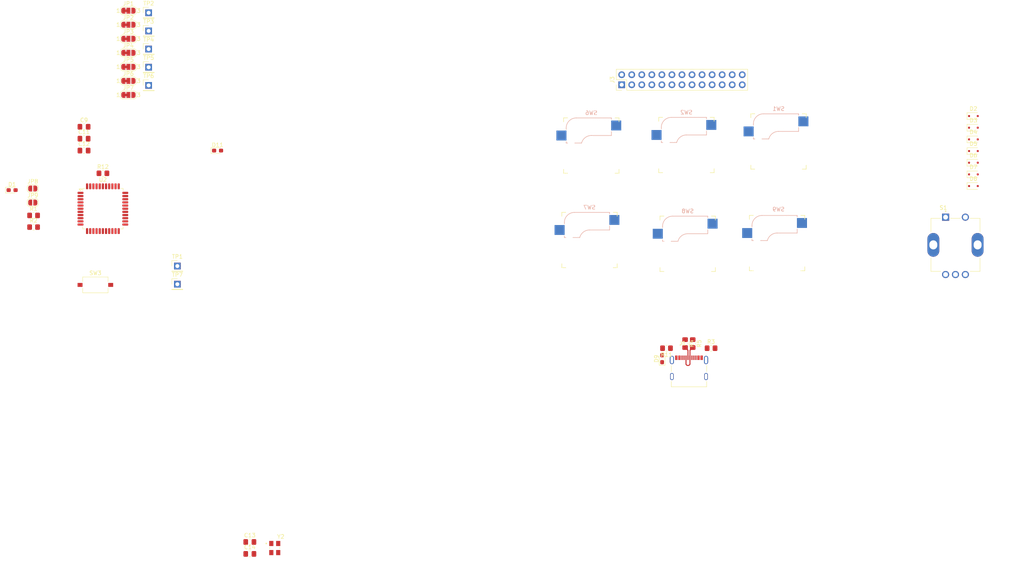
<source format=kicad_pcb>
(kicad_pcb (version 20241229) (generator "pcbnew") (generator_version "9.0")
  (layers (0 "F.Cu" signal) (2 "B.Cu" signal) (13 "F.Paste" user) (15 "B.Paste" user) (5 "F.SilkS" user "F.Silkscreen") (7 "B.SilkS" user "B.Silkscreen") (1 "F.Mask" user) (3 "B.Mask" user) (25 "Edge.Cuts" user))
  (net 0 "")
  (net 1 "GND")
  (net 2 "Net-(U2-UCAP)")
  (net 3 "/UVCC")
  (net 4 "Net-(U2-AREF)")
  (net 5 "/XTAL1")
  (net 6 "/XTAL2")
  (net 7 "row0")
  (net 8 "Net-(D2-A)")
  (net 9 "Net-(D3-A)")
  (net 10 "Net-(D4-A)")
  (net 11 "row1")
  (net 12 "Net-(D5-A)")
  (net 13 "Net-(D6-A)")
  (net 14 "Net-(D7-A)")
  (net 15 "Net-(D8-A)")
  (net 16 "Net-(D9-A)")
  (net 18 "/CC1")
  (net 19 "+5V")
  (net 20 "D-")
  (net 21 "D+")
  (net 22 "PB5")
  (net 23 "Net-(JP1-A)")
  (net 24 "col1")
  (net 25 "col2")
  (net 26 "Net-(JP2-A)")
  (net 27 "PB6")
  (net 28 "col0")
  (net 29 "Net-(JP3-A)")
  (net 30 "PB4")
  (net 31 "Net-(JP4-A)")
  (net 32 "PC6")
  (net 33 "PC7")
  (net 34 "Net-(JP5-A)")
  (net 35 "ROT1")
  (net 36 "Net-(JP6-A)")
  (net 37 "PD6")
  (net 38 "ROT2")
  (net 39 "Net-(JP7-A)")
  (net 40 "PD7")
  (net 41 "/RESET")
  (net 42 "col3")
  (net 43 "PD0{slash}SCL")
  (net 44 "PF1")
  (net 45 "PB7{slash}RTS")
  (net 46 "PD2{slash}RXD1")
  (net 48 "PD1{slash}SDA")
  (net 49 "PF0")
  (net 50 "PF4")
  (net 51 "PD3{slash}TXD1")
  (net 52 "PD5{slash}CTS")
  (net 53 "PF6")
  (net 54 "Net-(D1-A)")
  (net 55 "PF7{slash}LED1")
  (net 56 "Net-(JP8-A)")
  (net 57 "PD4{slash}LED2")
  (net 58 "Net-(JP9-A)")
  (net 59 "PF5")
  (net 60 "Net-(D11-A)")
  (net 61 "PB0{slash}SS")
  (net 62 "PB2{slash}MOSI")
  (net 63 "PB1{slash}SCK")
  (net 64 "PB3{slash}MISO")
  (net 65 "Net-(JP9-B)")
  (net 66 "/Din+")
  (net 67 "/Din-")
  (footprint "Resistor_SMD:R_0805_2012Metric_Pad1.20x1.40mm_HandSolder" (layer "F.Cu") (at 181.15 96.21 -90)
    (property "Reference" "R4" (at 0 -1.65 90) (layer "F.SilkS"))
    (property "Value" "22")
    (pad "1" smd roundrect (at -1 0 270) (size 1.2 1.4) (layers "F.Cu" "F.Mask" "F.Paste") (roundrect_rratio 0.208333) (net 21 "D+"))
    (pad "2" smd roundrect (at 1 0 270) (size 1.2 1.4) (layers "F.Cu" "F.Mask" "F.Paste") (roundrect_rratio 0.208333) (net 66 "/Din+"))
  )
  (footprint "LED_SMD:LED_0603_1608Metric_Pad1.05x0.95mm_HandSolder" (layer "F.Cu") (at 10.9675 57.4)
    (property "Reference" "D1" (at 0 -1.43 0) (layer "F.SilkS"))
    (property "Value" "LED")
    (pad "1" smd roundrect (at -0.875 0) (size 1.05 0.95) (layers "F.Cu" "F.Mask" "F.Paste") (net 1 "GND"))
    (pad "2" smd roundrect (at 0.875 0) (size 1.05 0.95) (layers "F.Cu" "F.Mask" "F.Paste") (net 54 "Net-(D1-A)"))
  )
  (footprint "Connector_PinHeader_2.54mm:PinHeader_1x01_P2.54mm_Vertical" (layer "F.Cu") (at 52.75 76.6)
    (property "Reference" "TP1" (at 0 -2.38 0) (layer "F.SilkS"))
    (property "Value" "TestPoint")
    (pad "1" thru_hole rect (at 0 0) (size 1.7 1.7) (drill 1) (layers "*.Cu" "*.Mask") (net 36 "Net-(JP6-A)"))
  )
  (footprint "ABM8_16_000MHZ_D1X_T:XTAL_ABM8-16.000MHz-D1X-T" (layer "F.Cu") (at 77.3825 147.91)
    (property "Reference" "Y2" (at 1.525 -2.885 0) (layer "F.SilkS"))
    (property "Value" "ABM8-16.000MHz-D1X-T")
    (pad "1" smd rect (at -0.875 -1.15) (size 1.05 1.3) (layers "F.Cu" "F.Mask" "F.Paste") (net 5 "/XTAL1"))
    (pad "2" smd rect (at -0.875 1.15) (size 1.05 1.3) (layers "F.Cu" "F.Mask" "F.Paste") (net 1 "GND"))
    (pad "3" smd rect (at 0.875 1.15) (size 1.05 1.3) (layers "F.Cu" "F.Mask" "F.Paste") (net 6 "/XTAL2"))
    (pad "4" smd rect (at 0.875 -1.15) (size 1.05 1.3) (layers "F.Cu" "F.Mask" "F.Paste") (net 1 "GND"))
  )
  (footprint "Jumper:SolderJumper-3_P1.3mm_Bridged12_RoundedPad1.0x1.5mm_NumberLabels" (layer "F.Cu") (at 40.3725 19.13)
    (property "Reference" "JP3" (at 0 -1.8 0) (layer "F.SilkS"))
    (property "Value" "SolderJumper_3_Bridged12")
    (fp_poly (pts (xy -0.9 -0.3) (xy -0.4 -0.3) (xy -0.4 0.3) (xy -0.9 0.3)) (fill yes) (layer "F.Cu"))
    (fp_text user "1" (at -2.6 0 0) (layer "F.SilkS"))
    (fp_text user "3" (at 2.6 0 0) (layer "F.SilkS"))
    (pad "1" smd custom (at -1.3 0) (size 1 0.5) (layers "F.Cu" "F.Mask") (net 29 "Net-(JP3-A)") (options (clearance outline) (anchor rect)) (primitives (gr_poly (pts (xy 0.55 0.75) (xy 0 0.75) (xy 0 -0.75) (xy 0.55 -0.75)) (width 0) (fill yes)) (gr_circle (center 0 0.25) (end 0.5 0.25) (width 0) (fill yes)) (gr_circle (center 0 -0.25) (end 0.5 -0.25) (width 0) (fill yes))))
    (pad "2" smd rect (at 0 0) (size 1 1.5) (layers "F.Cu" "F.Mask") (net 28 "col0"))
    (pad "3" smd custom (at 1.3 0) (size 1 0.5) (layers "F.Cu" "F.Mask") (net 30 "PB4") (options (clearance outline) (anchor rect)) (primitives (gr_circle (center 0 0.25) (end 0.5 0.25) (width 0) (fill yes)) (gr_circle (center 0 -0.25) (end 0.5 -0.25) (width 0) (fill yes)) (gr_poly (pts (xy 0 0.75) (xy -0.55 0.75) (xy -0.55 -0.75) (xy 0 -0.75)) (width 0) (fill yes))))
  )
  (footprint "Jumper:SolderJumper-2_P1.3mm_Open_RoundedPad1.0x1.5mm" (layer "F.Cu") (at 16.1925 60.55)
    (property "Reference" "JP9" (at 0 -1.8 0) (layer "F.SilkS"))
    (property "Value" "SolderJumper_2_Open")
    (pad "1" smd custom (at -0.65 0) (size 1 0.5) (layers "F.Cu" "F.Mask") (net 58 "Net-(JP9-A)") (options (clearance outline) (anchor rect)) (primitives (gr_circle (center 0 0.25) (end 0.5 0.25) (width 0) (fill yes)) (gr_circle (center 0 -0.25) (end 0.5 -0.25) (width 0) (fill yes)) (gr_poly (pts (xy 0.5 0.75) (xy 0 0.75) (xy 0 -0.75) (xy 0.5 -0.75)) (width 0) (fill yes))))
    (pad "2" smd custom (at 0.65 0) (size 1 0.5) (layers "F.Cu" "F.Mask") (net 65 "Net-(JP9-B)") (options (clearance outline) (anchor rect)) (primitives (gr_circle (center 0 0.25) (end 0.5 0.25) (width 0) (fill yes)) (gr_circle (center 0 -0.25) (end 0.5 -0.25) (width 0) (fill yes)) (gr_poly (pts (xy 0 0.75) (xy -0.5 0.75) (xy -0.5 -0.75) (xy 0 -0.75)) (width 0) (fill yes))))
  )
  (footprint "Capacitor_SMD:C_0805_2012Metric_Pad1.18x1.45mm_HandSolder" (layer "F.Cu") (at 29.15 44.39)
    (property "Reference" "C11" (at 0 -1.68 0) (layer "F.SilkS"))
    (property "Value" "1uF")
    (pad "1" smd roundrect (at -1.0375 0) (size 1.175 1.45) (layers "F.Cu" "F.Mask" "F.Paste") (roundrect_rratio 0.212766) (net 3 "/UVCC"))
    (pad "2" smd roundrect (at 1.0375 0) (size 1.175 1.45) (layers "F.Cu" "F.Mask" "F.Paste") (roundrect_rratio 0.212766) (net 1 "GND"))
  )
  (footprint "keyswitches:Kailh_socket_MX" (layer "F.Cu") (at 204.775 45.09)
    (property "Reference" "SW1" (at 0 -8.255 0) (layer "B.SilkS") (effects (justify mirror)))
    (property "Value" "MX_SW_HS")
    (pad "" np_thru_hole circle (at -5.08 0) (size 1.7018 1.7018) (drill 1.7018) (layers "*.Cu" "*.Mask"))
    (pad "" np_thru_hole circle (at -3.81 -2.54) (size 3 3) (drill 3) (layers "*.Cu" "*.Mask"))
    (pad "" np_thru_hole circle (at 0 0) (size 3.9878 3.9878) (drill 3.9878) (layers "*.Cu" "*.Mask"))
    (pad "" np_thru_hole circle (at 2.54 -5.08) (size 3 3) (drill 3) (layers "*.Cu" "*.Mask"))
    (pad "" np_thru_hole circle (at 5.08 0) (size 1.7018 1.7018) (drill 1.7018) (layers "*.Cu" "*.Mask"))
    (pad "1" smd rect (at 6.29 -5.08) (size 2.55 2.5) (layers "B.Cu" "B.Mask" "B.Paste") (net 25 "col2"))
    (pad "2" smd rect (at -7.56 -2.54) (size 2.55 2.5) (layers "B.Cu" "B.Mask" "B.Paste") (net 8 "Net-(D2-A)"))
  )
  (footprint "Capacitor_SMD:C_0805_2012Metric_Pad1.18x1.45mm_HandSolder" (layer "F.Cu") (at 29.15 47.4)
    (property "Reference" "C12" (at 0 -1.68 0) (layer "F.SilkS"))
    (property "Value" "1uF")
    (pad "1" smd roundrect (at -1.0375 0) (size 1.175 1.45) (layers "F.Cu" "F.Mask" "F.Paste") (roundrect_rratio 0.212766) (net 4 "Net-(U2-AREF)"))
    (pad "2" smd roundrect (at 1.0375 0) (size 1.175 1.45) (layers "F.Cu" "F.Mask" "F.Paste") (roundrect_rratio 0.212766) (net 1 "GND"))
  )
  (footprint "LED_SMD:LED_0603_1608Metric_Pad1.05x0.95mm_HandSolder" (layer "F.Cu") (at 175.34 100.035 90)
    (property "Reference" "D9" (at 0 -1.43 90) (layer "F.SilkS"))
    (property "Value" "LED")
    (pad "1" smd roundrect (at -0.875 0 90) (size 1.05 0.95) (layers "F.Cu" "F.Mask" "F.Paste") (net 1 "GND"))
    (pad "2" smd roundrect (at 0.875 0 90) (size 1.05 0.95) (layers "F.Cu" "F.Mask" "F.Paste") (net 16 "Net-(D9-A)"))
  )
  (footprint "Jumper:SolderJumper-3_P1.3mm_Bridged12_RoundedPad1.0x1.5mm_NumberLabels" (layer "F.Cu") (at 40.3725 33.33)
    (property "Reference" "JP7" (at 0 -1.8 0) (layer "F.SilkS"))
    (property "Value" "SolderJumper_3_Bridged12")
    (fp_poly (pts (xy -0.9 -0.3) (xy -0.4 -0.3) (xy -0.4 0.3) (xy -0.9 0.3)) (fill yes) (layer "F.Cu"))
    (fp_text user "3" (at 2.6 0 0) (layer "F.SilkS"))
    (fp_text user "1" (at -2.6 0 0) (layer "F.SilkS"))
    (pad "1" smd custom (at -1.3 0) (size 1 0.5) (layers "F.Cu" "F.Mask") (net 39 "Net-(JP7-A)") (options (clearance outline) (anchor rect)) (primitives (gr_poly (pts (xy 0.55 0.75) (xy 0 0.75) (xy 0 -0.75) (xy 0.55 -0.75)) (width 0) (fill yes)) (gr_circle (center 0 0.25) (end 0.5 0.25) (width 0) (fill yes)) (gr_circle (center 0 -0.25) (end 0.5 -0.25) (width 0) (fill yes))))
    (pad "2" smd rect (at 0 0) (size 1 1.5) (layers "F.Cu" "F.Mask") (net 38 "ROT2"))
    (pad "3" smd custom (at 1.3 0) (size 1 0.5) (layers "F.Cu" "F.Mask") (net 40 "PD7") (options (clearance outline) (anchor rect)) (primitives (gr_circle (center 0 0.25) (end 0.5 0.25) (width 0) (fill yes)) (gr_circle (center 0 -0.25) (end 0.5 -0.25) (width 0) (fill yes)) (gr_poly (pts (xy 0 0.75) (xy -0.55 0.75) (xy -0.55 -0.75) (xy 0 -0.75)) (width 0) (fill yes))))
  )
  (footprint "Diode_SMD:D_SOD-323F" (layer "F.Cu") (at 254.06 56.37)
    (property "Reference" "D8" (at 0 -1.85 0) (layer "F.SilkS"))
    (property "Value" "1N4148WT")
    (pad "1" smd roundrect (at -1.1 0) (size 0.5 0.5) (layers "F.Cu" "F.Mask" "F.Paste") (net 7 "row0"))
    (pad "2" smd roundrect (at 1.1 0) (size 0.5 0.5) (layers "F.Cu" "F.Mask" "F.Paste") (net 15 "Net-(D8-A)"))
  )
  (footprint "Diode_SMD:D_SOD-323F" (layer "F.Cu") (at 254.06 47.52)
    (property "Reference" "D5" (at 0 -1.85 0) (layer "F.SilkS"))
    (property "Value" "1N4148WT")
    (pad "1" smd roundrect (at -1.1 0) (size 0.5 0.5) (layers "F.Cu" "F.Mask" "F.Paste") (net 11 "row1"))
    (pad "2" smd roundrect (at 1.1 0) (size 0.5 0.5) (layers "F.Cu" "F.Mask" "F.Paste") (net 12 "Net-(D5-A)"))
  )
  (footprint "Resistor_SMD:R_0805_2012Metric_Pad1.20x1.40mm_HandSolder" (layer "F.Cu") (at 33.93 53.15)
    (property "Reference" "R12" (at 0 -1.65 0) (layer "F.SilkS"))
    (property "Value" "10k")
    (pad "1" smd roundrect (at -1 0) (size 1.2 1.4) (layers "F.Cu" "F.Mask" "F.Paste") (roundrect_rratio 0.208333) (net 41 "/RESET"))
    (pad "2" smd roundrect (at 1 0) (size 1.2 1.4) (layers "F.Cu" "F.Mask" "F.Paste") (roundrect_rratio 0.208333) (net 19 "+5V"))
  )
  (footprint "Diode_SMD:D_SOD-323F" (layer "F.Cu") (at 254.06 44.57)
    (property "Reference" "D4" (at 0 -1.85 0) (layer "F.SilkS"))
    (property "Value" "1N4148WT")
    (pad "1" smd roundrect (at -1.1 0) (size 0.5 0.5) (layers "F.Cu" "F.Mask" "F.Paste") (net 7 "row0"))
    (pad "2" smd roundrect (at 1.1 0) (size 0.5 0.5) (layers "F.Cu" "F.Mask" "F.Paste") (net 10 "Net-(D4-A)"))
  )
  (footprint "Diode_SMD:D_SOD-323F" (layer "F.Cu") (at 254.06 38.67)
    (property "Reference" "D2" (at 0 -1.85 0) (layer "F.SilkS"))
    (property "Value" "1N4148WT")
    (pad "1" smd roundrect (at -1.1 0) (size 0.5 0.5) (layers "F.Cu" "F.Mask" "F.Paste") (net 7 "row0"))
    (pad "2" smd roundrect (at 1.1 0) (size 0.5 0.5) (layers "F.Cu" "F.Mask" "F.Paste") (net 8 "Net-(D2-A)"))
  )
  (footprint "Resistor_SMD:R_0805_2012Metric_Pad1.20x1.40mm_HandSolder" (layer "F.Cu") (at 183.08 96.21 -90)
    (property "Reference" "R5" (at 0 -1.65 90) (layer "F.SilkS"))
    (property "Value" "22")
    (pad "1" smd roundrect (at -1 0 270) (size 1.2 1.4) (layers "F.Cu" "F.Mask" "F.Paste") (roundrect_rratio 0.208333) (net 20 "D-"))
    (pad "2" smd roundrect (at 1 0 270) (size 1.2 1.4) (layers "F.Cu" "F.Mask" "F.Paste") (roundrect_rratio 0.208333) (net 67 "/Din-"))
  )
  (footprint "Capacitor_SMD:C_0805_2012Metric_Pad1.18x1.45mm_HandSolder" (layer "F.Cu") (at 29.15 41.38)
    (property "Reference" "C9" (at 0 -1.68 0) (layer "F.SilkS"))
    (property "Value" "1uF")
    (pad "1" smd roundrect (at -1.0375 0) (size 1.175 1.45) (layers "F.Cu" "F.Mask" "F.Paste") (roundrect_rratio 0.212766) (net 1 "GND"))
    (pad "2" smd roundrect (at 1.0375 0) (size 1.175 1.45) (layers "F.Cu" "F.Mask" "F.Paste") (roundrect_rratio 0.212766) (net 2 "Net-(U2-UCAP)"))
  )
  (footprint "Connector_PinHeader_2.54mm:PinHeader_1x01_P2.54mm_Vertical" (layer "F.Cu") (at 45.4925 30.91)
    (property "Reference" "TP6" (at 0 -2.38 0) (layer "F.SilkS"))
    (property "Value" "TestPoint")
    (pad "1" thru_hole rect (at 0 0) (size 1.7 1.7) (drill 1) (layers "*.Cu" "*.Mask") (net 26 "Net-(JP2-A)"))
  )
  (footprint "keyswitches:Kailh_socket_MX" (layer "F.Cu") (at 181.485 45.99)
    (property "Reference" "SW2" (at 0 -8.255 0) (layer "B.SilkS") (effects (justify mirror)))
    (property "Value" "MX_SW_HS")
    (pad "" np_thru_hole circle (at -5.08 0) (size 1.7018 1.7018) (drill 1.7018) (layers "*.Cu" "*.Mask"))
    (pad "" np_thru_hole circle (at -3.81 -2.54) (size 3 3) (drill 3) (layers "*.Cu" "*.Mask"))
    (pad "" np_thru_hole circle (at 0 0) (size 3.9878 3.9878) (drill 3.9878) (layers "*.Cu" "*.Mask"))
    (pad "" np_thru_hole circle (at 2.54 -5.08) (size 3 3) (drill 3) (layers "*.Cu" "*.Mask"))
    (pad "" np_thru_hole circle (at 5.08 0) (size 1.7018 1.7018) (drill 1.7018) (layers "*.Cu" "*.Mask"))
    (pad "1" smd rect (at 6.29 -5.08) (size 2.55 2.5) (layers "B.Cu" "B.Mask" "B.Paste") (net 25 "col2"))
    (pad "2" smd rect (at -7.56 -2.54) (size 2.55 2.5) (layers "B.Cu" "B.Mask" "B.Paste") (net 14 "Net-(D7-A)"))
  )
  (footprint "keyswitches:Kailh_socket_MX" (layer "F.Cu") (at 181.805 70.97)
    (property "Reference" "SW8" (at 0 -8.255 0) (layer "B.SilkS") (effects (justify mirror)))
    (property "Value" "MX_SW_HS")
    (pad "" np_thru_hole circle (at -5.08 0) (size 1.7018 1.7018) (drill 1.7018) (layers "*.Cu" "*.Mask"))
    (pad "" np_thru_hole circle (at -3.81 -2.54) (size 3 3) (drill 3) (layers "*.Cu" "*.Mask"))
    (pad "" np_thru_hole circle (at 0 0) (size 3.9878 3.9878) (drill 3.9878) (layers "*.Cu" "*.Mask"))
    (pad "" np_thru_hole circle (at 2.54 -5.08) (size 3 3) (drill 3) (layers "*.Cu" "*.Mask"))
    (pad "" np_thru_hole circle (at 5.08 0) (size 1.7018 1.7018) (drill 1.7018) (layers "*.Cu" "*.Mask"))
    (pad "1" smd rect (at 6.29 -5.08) (size 2.55 2.5) (layers "B.Cu" "B.Mask" "B.Paste") (net 28 "col0"))
    (pad "2" smd rect (at -7.56 -2.54) (size 2.55 2.5) (layers "B.Cu" "B.Mask" "B.Paste") (net 12 "Net-(D5-A)"))
  )
  (footprint "Capacitor_SMD:C_0805_2012Metric_Pad1.18x1.45mm_HandSolder" (layer "F.Cu") (at 71.0825 149.39)
    (property "Reference" "C14" (at 0 -1.68 0) (layer "F.SilkS"))
    (property "Value" "18pF")
    (pad "1" smd roundrect (at -1.0375 0) (size 1.175 1.45) (layers "F.Cu" "F.Mask" "F.Paste") (roundrect_rratio 0.212766) (net 6 "/XTAL2"))
    (pad "2" smd roundrect (at 1.0375 0) (size 1.175 1.45) (layers "F.Cu" "F.Mask" "F.Paste") (roundrect_rratio 0.212766) (net 1 "GND"))
  )
  (footprint "Diode_SMD:D_SOD-323F" (layer "F.Cu") (at 254.06 53.42)
    (property "Reference" "D7" (at 0 -1.85 0) (layer "F.SilkS"))
    (property "Value" "1N4148WT")
    (pad "1" smd roundrect (at -1.1 0) (size 0.5 0.5) (layers "F.Cu" "F.Mask" "F.Paste") (net 11 "row1"))
    (pad "2" smd roundrect (at 1.1 0) (size 0.5 0.5) (layers "F.Cu" "F.Mask" "F.Paste") (net 14 "Net-(D7-A)"))
  )
  (footprint "keyswitches:Kailh_socket_MX" (layer "F.Cu") (at 156.975 70.02)
    (property "Reference" "SW7" (at 0 -8.255 0) (layer "B.SilkS") (effects (justify mirror)))
    (property "Value" "MX_SW_HS")
    (pad "" np_thru_hole circle (at -5.08 0) (size 1.7018 1.7018) (drill 1.7018) (layers "*.Cu" "*.Mask"))
    (pad "" np_thru_hole circle (at -3.81 -2.54) (size 3 3) (drill 3) (layers "*.Cu" "*.Mask"))
    (pad "" np_thru_hole circle (at 0 0) (size 3.9878 3.9878) (drill 3.9878) (layers "*.Cu" "*.Mask"))
    (pad "" np_thru_hole circle (at 2.54 -5.08) (size 3 3) (drill 3) (layers "*.Cu" "*.Mask"))
    (pad "" np_thru_hole circle (at 5.08 0) (size 1.7018 1.7018) (drill 1.7018) (layers "*.Cu" "*.Mask"))
    (pad "1" smd rect (at 6.29 -5.08) (size 2.55 2.5) (layers "B.Cu" "B.Mask" "B.Paste") (net 24 "col1"))
    (pad "2" smd rect (at -7.56 -2.54) (size 2.55 2.5) (layers "B.Cu" "B.Mask" "B.Paste") (net 10 "Net-(D4-A)"))
  )
  (footprint "12402012E212A:AMPHENOL_12402012E212A" (layer "F.Cu") (at 182.13 104.54)
    (property "Reference" "J1" (at -1.62 -8.405 0) (layer "F.SilkS"))
    (property "Value" "12402012E212A")
    (pad "" np_thru_hole circle (at -2.89 -3.68) (size 0.65 0.65) (drill 0.65) (layers "*.Cu" "*.Mask"))
    (pad "" np_thru_hole circle (at 2.89 -3.68) (size 0.65 0.65) (drill 0.65) (layers "*.Cu" "*.Mask"))
    (pad "A1_B12" smd rect (at -3.2 -4.75) (size 0.6 1.14) (layers "F.Cu" "F.Mask" "F.Paste") (net 1 "GND"))
    (pad "A4_B9" smd rect (at -2.4 -4.75) (size 0.6 1.14) (layers "F.Cu" "F.Mask" "F.Paste") (net 19 "+5V"))
    (pad "A5" smd rect (at -1.25 -4.75) (size 0.3 1.14) (layers "F.Cu" "F.Mask" "F.Paste") (net 18 "/CC1"))
    (pad "A6" smd rect (at -0.25 -4.75) (size 0.3 1.14) (layers "F.Cu" "F.Mask" "F.Paste") (net 66 "/Din+"))
    (pad "A7" smd rect (at 0.25 -4.75) (size 0.3 1.14) (layers "F.Cu" "F.Mask" "F.Paste") (net 67 "/Din-"))
    (pad "A8" smd rect (at 1.25 -4.75) (size 0.3 1.14) (layers "F.Cu" "F.Mask" "F.Paste") (net 1 "GND"))
    (pad "B1_A12" smd rect (at 3.2 -4.75) (size 0.6 1.14) (layers "F.Cu" "F.Mask" "F.Paste") (net 1 "GND"))
    (pad "B4_A9" smd rect (at 2.4 -4.75) (size 0.6 1.14) (layers "F.Cu" "F.Mask" "F.Paste"))
    (pad "B5" smd rect (at 1.75 -4.75) (size 0.3 1.14) (layers "F.Cu" "F.Mask" "F.Paste") (net 18 "/CC1"))
    (pad "B6" smd rect (at 0.75 -4.75) (size 0.3 1.14) (layers "F.Cu" "F.Mask" "F.Paste") (net 66 "/Din+"))
    (pad "B7" smd rect (at -0.75 -4.75) (size 0.3 1.14) (layers "F.Cu" "F.Mask" "F.Paste") (net 67 "/Din-"))
    (pad "B8" smd rect (at -1.75 -4.75) (size 0.3 1.14) (layers "F.Cu" "F.Mask" "F.Paste") (net 1 "GND"))
    (pad "SH1" thru_hole oval (at -4.32 -4.18) (size 1.05 2.1) (drill oval 0.6 1.7) (layers "*.Cu" "*.Mask") (net 1 "GND"))
    (pad "SH2" thru_hole oval (at 4.32 -4.18) (size 1.05 2.1) (drill oval 0.6 1.7) (layers "*.Cu" "*.Mask") (net 1 "GND"))
    (pad "SH3" thru_hole oval (at -4.32 0) (size 0.9 1.8) (drill oval 0.6 1.4) (layers "*.Cu" "*.Mask") (net 1 "GND"))
    (pad "SH4" thru_hole oval (at 4.32 0) (size 0.9 1.8) (drill oval 0.6 1.4) (layers "*.Cu" "*.Mask") (net 1 "GND"))
  )
  (footprint "Jumper:SolderJumper-3_P1.3mm_Bridged12_RoundedPad1.0x1.5mm_NumberLabels" (layer "F.Cu") (at 40.3725 26.23)
    (property "Reference" "JP5" (at 0 -1.8 0) (layer "F.SilkS"))
    (property "Value" "SolderJumper_3_Bridged12")
    (fp_poly (pts (xy -0.9 -0.3) (xy -0.4 -0.3) (xy -0.4 0.3) (xy -0.9 0.3)) (fill yes) (layer "F.Cu"))
    (fp_text user "1" (at -2.6 0 0) (layer "F.SilkS"))
    (fp_text user "3" (at 2.6 0 0) (layer "F.SilkS"))
    (pad "1" smd custom (at -1.3 0) (size 1 0.5) (layers "F.Cu" "F.Mask") (net 34 "Net-(JP5-A)") (options (clearance outline) (anchor rect)) (primitives (gr_poly (pts (xy 0.55 0.75) (xy 0 0.75) (xy 0 -0.75) (xy 0.55 -0.75)) (width 0) (fill yes)) (gr_circle (center 0 0.25) (end 0.5 0.25) (width 0) (fill yes)) (gr_circle (center 0 -0.25) (end 0.5 -0.25) (width 0) (fill yes))))
    (pad "2" smd rect (at 0 0) (size 1 1.5) (layers "F.Cu" "F.Mask") (net 11 "row1"))
    (pad "3" smd custom (at 1.3 0) (size 1 0.5) (layers "F.Cu" "F.Mask") (net 33 "PC7") (options (clearance outline) (anchor rect)) (primitives (gr_circle (center 0 0.25) (end 0.5 0.25) (width 0) (fill yes)) (gr_circle (center 0 -0.25) (end 0.5 -0.25) (width 0) (fill yes)) (gr_poly (pts (xy 0 0.75) (xy -0.55 0.75) (xy -0.55 -0.75) (xy 0 -0.75)) (width 0) (fill yes))))
  )
  (footprint "Resistor_SMD:R_0805_2012Metric_Pad1.20x1.40mm_HandSolder" (layer "F.Cu") (at 187.72 97.38)
    (property "Reference" "R3" (at 0 -1.65 0) (layer "F.SilkS"))
    (property "Value" "4.7k")
    (pad "1" smd roundrect (at -1 0) (size 1.2 1.4) (layers "F.Cu" "F.Mask" "F.Paste") (roundrect_rratio 0.208333) (net 18 "/CC1"))
    (pad "2" smd roundrect (at 1 0) (size 1.2 1.4) (layers "F.Cu" "F.Mask" "F.Paste") (roundrect_rratio 0.208333) (net 1 "GND"))
  )
  (footprint "Diode_SMD:D_SOD-323F" (layer "F.Cu") (at 254.06 50.47)
    (property "Reference" "D6" (at 0 -1.85 0) (layer "F.SilkS"))
    (property "Value" "1N4148WT")
    (pad "1" smd roundrect (at -1.1 0) (size 0.5 0.5) (layers "F.Cu" "F.Mask" "F.Paste") (net 11 "row1"))
    (pad "2" smd roundrect (at 1.1 0) (size 0.5 0.5) (layers "F.Cu" "F.Mask" "F.Paste") (net 13 "Net-(D6-A)"))
  )
  (footprint "Jumper:SolderJumper-3_P1.3mm_Bridged12_RoundedPad1.0x1.5mm_NumberLabels" (layer "F.Cu") (at 40.3725 29.78)
    (property "Reference" "JP6" (at 0 -1.8 0) (layer "F.SilkS"))
    (property "Value" "SolderJumper_3_Bridged12")
    (fp_poly (pts (xy -0.9 -0.3) (xy -0.4 -0.3) (xy -0.4 0.3) (xy -0.9 0.3)) (fill yes) (layer "F.Cu"))
    (fp_text user "1" (at -2.6 0 0) (layer "F.SilkS"))
    (fp_text user "3" (at 2.6 0 0) (layer "F.SilkS"))
    (pad "1" smd custom (at -1.3 0) (size 1 0.5) (layers "F.Cu" "F.Mask") (net 36 "Net-(JP6-A)") (options (clearance outline) (anchor rect)) (primitives (gr_poly (pts (xy 0.55 0.75) (xy 0 0.75) (xy 0 -0.75) (xy 0.55 -0.75)) (width 0) (fill yes)) (gr_circle (center 0 0.25) (end 0.5 0.25) (width 0) (fill yes)) (gr_circle (center 0 -0.25) (end 0.5 -0.25) (width 0) (fill yes))))
    (pad "2" smd rect (at 0 0) (size 1 1.5) (layers "F.Cu" "F.Mask") (net 35 "ROT1"))
    (pad "3" smd custom (at 1.3 0) (size 1 0.5) (layers "F.Cu" "F.Mask") (net 37 "PD6") (options (clearance outline) (anchor rect)) (primitives (gr_circle (center 0 0.25) (end 0.5 0.25) (width 0) (fill yes)) (gr_circle (center 0 -0.25) (end 0.5 -0.25) (width 0) (fill yes)) (gr_poly (pts (xy 0 0.75) (xy -0.55 0.75) (xy -0.55 -0.75) (xy 0 -0.75)) (width 0) (fill yes))))
  )
  (footprint "Connector_PinHeader_2.54mm:PinHeader_1x01_P2.54mm_Vertical" (layer "F.Cu") (at 45.4925 17.14)
    (property "Reference" "TP3" (at 0 -2.38 0) (layer "F.SilkS"))
    (property "Value" "TestPoint")
    (pad "1" thru_hole rect (at 0 0) (size 1.7 1.7) (drill 1) (layers "*.Cu" "*.Mask") (net 34 "Net-(JP5-A)"))
  )
  (footprint "Connector_PinHeader_2.54mm:PinHeader_1x01_P2.54mm_Vertical" (layer "F.Cu") (at 52.75 81.19)
    (property "Reference" "TP7" (at 0 -2.38 0) (layer "F.SilkS"))
    (property "Value" "TestPoint")
    (pad "1" thru_hole rect (at 0 0) (size 1.7 1.7) (drill 1) (layers "*.Cu" "*.Mask") (net 39 "Net-(JP7-A)"))
  )
  (footprint "Resistor_SMD:R_0805_2012Metric_Pad1.20x1.40mm_HandSolder" (layer "F.Cu") (at 176.45 97.38 180)
    (property "Reference" "R11" (at 0 -1.65 0) (layer "F.SilkS"))
    (property "Value" "100")
    (pad "1" smd roundrect (at -1 0 180) (size 1.2 1.4) (layers "F.Cu" "F.Mask" "F.Paste") (roundrect_rratio 0.208333) (net 19 "+5V"))
    (pad "2" smd roundrect (at 1 0 180) (size 1.2 1.4) (layers "F.Cu" "F.Mask" "F.Paste") (roundrect_rratio 0.208333) (net 16 "Net-(D9-A)"))
  )
  (footprint "Resistor_SMD:R_0805_2012Metric_Pad1.20x1.40mm_HandSolder" (layer "F.Cu") (at 16.3925 66.75)
    (property "Reference" "R2" (at 0 -1.65 0) (layer "F.SilkS"))
    (property "Value" "100")
    (pad "1" smd roundrect (at -1 0) (size 1.2 1.4) (layers "F.Cu" "F.Mask" "F.Paste") (roundrect_rratio 0.208333) (net 60 "Net-(D11-A)"))
    (pad "2" smd roundrect (at 1 0) (size 1.2 1.4) (layers "F.Cu" "F.Mask" "F.Paste") (roundrect_rratio 0.208333) (net 58 "Net-(JP9-A)"))
  )
  (footprint "keyswitches:Kailh_socket_MX" (layer "F.Cu") (at 204.415 70.79)
    (property "Reference" "SW9" (at 0.36 -8.54 0) (layer "B.SilkS") (effects (justify mirror)))
    (property "Value" "MX_SW_HS")
    (pad "" np_thru_hole circle (at -5.08 0) (size 1.7018 1.7018) (drill 1.7018) (layers "*.Cu" "*.Mask"))
    (pad "" np_thru_hole circle (at -3.81 -2.54) (size 3 3) (drill 3) (layers "*.Cu" "*.Mask"))
    (pad "" np_thru_hole circle (at 0 0) (size 3.9878 3.9878) (drill 3.9878) (layers "*.Cu" "*.Mask"))
    (pad "" np_thru_hole circle (at 2.54 -5.08) (size 3 3) (drill 3) (layers "*.Cu" "*.Mask"))
    (pad "" np_thru_hole circle (at 5.08 0) (size 1.7018 1.7018) (drill 1.7018) (layers "*.Cu" "*.Mask"))
    (pad "1" smd rect (at 6.29 -5.08) (size 2.55 2.5) (layers "B.Cu" "B.Mask" "B.Paste") (net 24 "col1"))
    (pad "2" smd rect (at -7.56 -2.54) (size 2.55 2.5) (layers "B.Cu" "B.Mask" "B.Paste") (net 13 "Net-(D6-A)"))
  )
  (footprint "Capacitor_SMD:C_0805_2012Metric_Pad1.18x1.45mm_HandSolder" (layer "F.Cu") (at 71.0825 146.38)
    (property "Reference" "C13" (at 0 -1.68 0) (layer "F.SilkS"))
    (property "Value" "18pF")
    (pad "1" smd roundrect (at -1.0375 0) (size 1.175 1.45) (layers "F.Cu" "F.Mask" "F.Paste") (roundrect_rratio 0.212766) (net 5 "/XTAL1"))
    (pad "2" smd roundrect (at 1.0375 0) (size 1.175 1.45) (layers "F.Cu" "F.Mask" "F.Paste") (roundrect_rratio 0.212766) (net 1 "GND"))
  )
  (footprint "Jumper:SolderJumper-2_P1.3mm_Open_RoundedPad1.0x1.5mm" (layer "F.Cu") (at 16.1925 57)
    (property "Reference" "JP8" (at 0 -1.8 0) (layer "F.SilkS"))
    (property "Value" "SolderJumper_2_Open")
    (pad "1" smd custom (at -0.65 0) (size 1 0.5) (layers "F.Cu" "F.Mask") (net 56 "Net-(JP8-A)") (options (clearance outline) (anchor rect)) (primitives (gr_circle (center 0 0.25) (end 0.5 0.25) (width 0) (fill yes)) (gr_circle (center 0 -0.25) (end 0.5 -0.25) (width 0) (fill yes)) (gr_poly (pts (xy 0.5 0.75) (xy 0 0.75) (xy 0 -0.75) (xy 0.5 -0.75)) (width 0) (fill yes))))
    (pad "2" smd custom (at 0.65 0) (size 1 0.5) (layers "F.Cu" "F.Mask") (net 55 "PF7{slash}LED1") (options (clearance outline) (anchor rect)) (primitives (gr_circle (center 0 0.25) (end 0.5 0.25) (width 0) (fill yes)) (gr_circle (center 0 -0.25) (end 0.5 -0.25) (width 0) (fill yes)) (gr_poly (pts (xy 0 0.75) (xy -0.5 0.75) (xy -0.5 -0.75) (xy 0 -0.75)) (width 0) (fill yes))))
  )
  (footprint "LED_SMD:LED_0603_1608Metric_Pad1.05x0.95mm_HandSolder" (layer "F.Cu") (at 62.925 47.4)
    (property "Reference" "D11" (at 0 -1.43 0) (layer "F.SilkS"))
    (property "Value" "LED")
    (pad "1" smd roundrect (at -0.875 0) (size 1.05 0.95) (layers "F.Cu" "F.Mask" "F.Paste") (net 1 "GND"))
    (pad "2" smd roundrect (at 0.875 0) (size 1.05 0.95) (layers "F.Cu" "F.Mask" "F.Paste") (net 60 "Net-(D11-A)"))
  )
  (footprint "Jumper:SolderJumper-3_P1.3mm_Bridged12_RoundedPad1.0x1.5mm_NumberLabels" (layer "F.Cu") (at 40.3725 22.68)
    (property "Reference" "JP4" (at 0 -1.8 0) (layer "F.SilkS"))
    (property "Value" "SolderJumper_3_Bridged12")
    (fp_poly (pts (xy -0.9 -0.3) (xy -0.4 -0.3) (xy -0.4 0.3) (xy -0.9 0.3)) (fill yes) (layer "F.Cu"))
    (fp_text user "1" (at -2.6 0 0) (layer "F.SilkS"))
    (fp_text user "3" (at 2.6 0 0) (layer "F.SilkS"))
    (pad "1" smd custom (at -1.3 0) (size 1 0.5) (layers "F.Cu" "F.Mask") (net 31 "Net-(JP4-A)") (options (clearance outline) (anchor rect)) (primitives (gr_poly (pts (xy 0.55 0.75) (xy 0 0.75) (xy 0 -0.75) (xy 0.55 -0.75)) (width 0) (fill yes)) (gr_circle (center 0 0.25) (end 0.5 0.25) (width 0) (fill yes)) (gr_circle (center 0 -0.25) (end 0.5 -0.25) (width 0) (fill yes))))
    (pad "2" smd rect (at 0 0) (size 1 1.5) (layers "F.Cu" "F.Mask") (net 7 "row0"))
    (pad "3" smd custom (at 1.3 0) (size 1 0.5) (layers "F.Cu" "F.Mask") (net 32 "PC6") (options (clearance outline) (anchor rect)) (primitives (gr_circle (center 0 0.25) (end 0.5 0.25) (width 0) (fill yes)) (gr_circle (center 0 -0.25) (end 0.5 -0.25) (width 0) (fill yes)) (gr_poly (pts (xy 0 0.75) (xy -0.55 0.75) (xy -0.55 -0.75) (xy 0 -0.75)) (width 0) (fill yes))))
  )
  (footprint "Jumper:SolderJumper-3_P1.3mm_Bridged12_RoundedPad1.0x1.5mm_NumberLabels" (layer "F.Cu") (at 40.3725 15.58)
    (property "Reference" "JP2" (at 0 -1.8 0) (layer "F.SilkS"))
    (property "Value" "SolderJumper_3_Bridged12")
    (fp_poly (pts (xy -0.9 -0.3) (xy -0.4 -0.3) (xy -0.4 0.3) (xy -0.9 0.3)) (fill yes) (layer "F.Cu"))
    (fp_text user "1" (at -2.6 0 0) (layer "F.SilkS"))
    (fp_text user "3" (at 2.6 0 0) (layer "F.SilkS"))
    (pad "1" smd custom (at -1.3 0) (size 1 0.5) (layers "F.Cu" "F.Mask") (net 26 "Net-(JP2-A)") (options (clearance outline) (anchor rect)) (primitives (gr_poly (pts (xy 0.55 0.75) (xy 0 0.75) (xy 0 -0.75) (xy 0.55 -0.75)) (width 0) (fill yes)) (gr_circle (center 0 0.25) (end 0.5 0.25) (width 0) (fill yes)) (gr_circle (center 0 -0.25) (end 0.5 -0.25) (width 0) (fill yes))))
    (pad "2" smd rect (at 0 0) (size 1 1.5) (layers "F.Cu" "F.Mask") (net 25 "col2"))
    (pad "3" smd custom (at 1.3 0) (size 1 0.5) (layers "F.Cu" "F.Mask") (net 27 "PB6") (options (clearance outline) (anchor rect)) (primitives (gr_circle (center 0 0.25) (end 0.5 0.25) (width 0) (fill yes)) (gr_circle (center 0 -0.25) (end 0.5 -0.25) (width 0) (fill yes)) (gr_poly (pts (xy 0 0.75) (xy -0.55 0.75) (xy -0.55 -0.75) (xy 0 -0.75)) (width 0) (fill yes))))
  )
  (footprint "Jumper:SolderJumper-3_P1.3mm_Bridged12_RoundedPad1.0x1.5mm_NumberLabels" (layer "F.Cu") (at 40.3725 12.03)
    (property "Reference" "JP1" (at 0 -1.8 0) (layer "F.SilkS"))
    (property "Value" "SolderJumper_3_Bridged12")
    (fp_poly (pts (xy -0.9 -0.3) (xy -0.4 -0.3) (xy -0.4 0.3) (xy -0.9 0.3)) (fill yes) (layer "F.Cu"))
    (fp_text user "3" (at 2.6 0 0) (layer "F.SilkS"))
    (fp_text user "1" (at -2.6 0 0) (layer "F.SilkS"))
    (pad "1" smd custom (at -1.3 0) (size 1 0.5) (layers "F.Cu" "F.Mask") (net 23 "Net-(JP1-A)") (options (clearance outline) (anchor rect)) (primitives (gr_poly (pts (xy 0.55 0.75) (xy 0 0.75) (xy 0 -0.75) (xy 0.55 -0.75)) (width 0) (fill yes)) (gr_circle (center 0 0.25) (end 0.5 0.25) (width 0) (fill yes)) (gr_circle (center 0 -0.25) (end 0.5 -0.25) (width 0) (fill yes))))
    (pad "2" smd rect (at 0 0) (size 1 1.5) (layers "F.Cu" "F.Mask") (net 24 "col1"))
    (pad "3" smd custom (at 1.3 0) (size 1 0.5) (layers "F.Cu" "F.Mask") (net 22 "PB5") (options (clearance outline) (anchor rect)) (primitives (gr_circle (center 0 0.25) (end 0.5 0.25) (width 0) (fill yes)) (gr_circle (center 0 -0.25) (end 0.5 -0.25) (width 0) (fill yes)) (gr_poly (pts (xy 0 0.75) (xy -0.55 0.75) (xy -0.55 -0.75) (xy 0 -0.75)) (width 0) (fill yes))))
  )
  (footprint "Connector_PinHeader_2.54mm:PinHeader_1x01_P2.54mm_Vertical" (layer "F.Cu") (at 45.4925 21.73)
    (property "Reference" "TP4" (at 0 -2.38 0) (layer "F.SilkS"))
    (property "Value" "TestPoint")
    (pad "1" thru_hole rect (at 0 0) (size 1.7 1.7) (drill 1) (layers "*.Cu" "*.Mask") (net 29 "Net-(JP3-A)"))
  )
  (footprint "Package_QFP:TQFP-44_10x10mm_P0.8mm" (layer "F.Cu") (at 33.92 62.1)
    (property "Reference" "U2" (at 0 -7.35 0) (layer "F.SilkS"))
    (property "Value" "ATmega32U4-A")
    (pad "1" smd roundrect (at -5.6625 -4) (size 1.475 0.55) (layers "F.Cu" "F.Mask" "F.Paste"))
    (pad "2" smd roundrect (at -5.6625 -3.2) (size 1.475 0.55) (layers "F.Cu" "F.Mask" "F.Paste") (net 3 "/UVCC"))
    (pad "3" smd roundrect (at -5.6625 -2.4) (size 1.475 0.55) (layers "F.Cu" "F.Mask" "F.Paste") (net 20 "D-"))
    (pad "4" smd roundrect (at -5.6625 -1.6) (size 1.475 0.55) (layers "F.Cu" "F.Mask" "F.Paste") (net 21 "D+"))
    (pad "5" smd roundrect (at -5.6625 -0.8) (size 1.475 0.55) (layers "F.Cu" "F.Mask" "F.Paste") (net 1 "GND"))
    (pad "6" smd roundrect (at -5.6625 0) (size 1.475 0.55) (layers "F.Cu" "F.Mask" "F.Paste") (net 2 "Net-(U2-UCAP)"))
    (pad "7" smd roundrect (at -5.6625 0.8) (size 1.475 0.55) (layers "F.Cu" "F.Mask" "F.Paste") (net 3 "/UVCC"))
    (pad "8" smd roundrect (at -5.6625 1.6) (size 1.475 0.55) (layers "F.Cu" "F.Mask" "F.Paste") (net 61 "PB0{slash}SS"))
    (pad "9" smd roundrect (at -5.6625 2.4) (size 1.475 0.55) (layers "F.Cu" "F.Mask" "F.Paste") (net 63 "PB1{slash}SCK"))
    (pad "10" smd roundrect (at -5.6625 3.2) (size 1.475 0.55) (layers "F.Cu" "F.Mask" "F.Paste") (net 62 "PB2{slash}MOSI"))
    (pad "11" smd roundrect (at -5.6625 4) (size 1.475 0.55) (layers "F.Cu" "F.Mask" "F.Paste") (net 64 "PB3{slash}MISO"))
    (pad "12" smd roundrect (at -4 5.6625) (size 0.55 1.475) (layers "F.Cu" "F.Mask" "F.Paste") (net 45 "PB7{slash}RTS"))
    (pad "13" smd roundrect (at -3.2 5.6625) (size 0.55 1.475) (layers "F.Cu" "F.Mask" "F.Paste") (net 41 "/RESET"))
    (pad "14" smd roundrect (at -2.4 5.6625) (size 0.55 1.475) (layers "F.Cu" "F.Mask" "F.Paste") (net 19 "+5V"))
    (pad "15" smd roundrect (at -1.6 5.6625) (size 0.55 1.475) (layers "F.Cu" "F.Mask" "F.Paste") (net 1 "GND"))
    (pad "16" smd roundrect (at -0.8 5.6625) (size 0.55 1.475) (layers "F.Cu" "F.Mask" "F.Paste") (net 6 "/XTAL2"))
    (pad "17" smd roundrect (at 0 5.6625) (size 0.55 1.475) (layers "F.Cu" "F.Mask" "F.Paste") (net 5 "/XTAL1"))
    (pad "18" smd roundrect (at 0.8 5.6625) (size 0.55 1.475) (layers "F.Cu" "F.Mask" "F.Paste") (net 43 "PD0{slash}SCL"))
    (pad "19" smd roundrect (at 1.6 5.6625) (size 0.55 1.475) (layers "F.Cu" "F.Mask" "F.Paste") (net 48 "PD1{slash}SDA"))
    (pad "20" smd roundrect (at 2.4 5.6625) (size 0.55 1.475) (layers "F.Cu" "F.Mask" "F.Paste") (net 46 "PD2{slash}RXD1"))
    (pad "21" smd roundrect (at 3.2 5.6625) (size 0.55 1.475) (layers "F.Cu" "F.Mask" "F.Paste") (net 51 "PD3{slash}TXD1"))
    (pad "22" smd roundrect (at 4 5.6625) (size 0.55 1.475) (layers "F.Cu" "F.Mask" "F.Paste") (net 52 "PD5{slash}CTS"))
    (pad "23" smd roundrect (at 5.6625 4) (size 1.475 0.55) (layers "F.Cu" "F.Mask" "F.Paste") (net 1 "GND"))
    (pad "24" smd roundrect (at 5.6625 3.2) (size 1.475 0.55) (layers "F.Cu" "F.Mask" "F.Paste") (net 19 "+5V"))
    (pad "25" smd roundrect (at 5.6625 2.4) (size 1.475 0.55) (layers "F.Cu" "F.Mask" "F.Paste") (net 65 "Net-(JP9-B)"))
    (pad "26" smd roundrect (at 5.6625 1.6) (size 1.475 0.55) (layers "F.Cu" "F.Mask" "F.Paste") (net 36 "Net-(JP6-A)"))
    (pad "27" smd roundrect (at 5.6625 0.8) (size 1.475 0.55) (layers "F.Cu" "F.Mask" "F.Paste") (net 39 "Net-(JP7-A)"))
    (pad "28" smd roundrect (at 5.6625 0) (size 1.475 0.55) (layers "F.Cu" "F.Mask" "F.Paste") (net 29 "Net-(JP3-A)"))
    (pad "29" smd roundrect (at 5.6625 -0.8) (size 1.475 0.55) (layers "F.Cu" "F.Mask" "F.Paste") (net 23 "Net-(JP1-A)"))
    (pad "30" smd roundrect (at 5.6625 -1.6) (size 1.475 0.55) (layers "F.Cu" "F.Mask" "F.Paste") (net 26 "Net-(JP2-A)"))
    (pad "31" smd roundrect (at 5.6625 -2.4) (size 1.475 0.55) (layers "F.Cu" "F.Mask" "F.Paste") (net 31 "Net-(JP4-A)"))
    (pad "32" smd roundrect (at 5.6625 -3.2) (size 1.475 0.55) (layers "F.Cu" "F.Mask" "F.Paste") (net 34 "Net-(JP5-A)"))
    (pad "33" smd roundrect (at 5.6625 -4) (size 1.475 0.55) (layers "F.Cu" "F.Mask" "F.Paste") (net 1 "GND"))
    (pad "34" smd roundrect (at 4 -5.6625) (size 0.55 1.475) (layers "F.Cu" "F.Mask" "F.Paste") (net 19 "+5V"))
    (pad "35" smd roundrect (at 3.2 -5.6625) (size 0.55 1.475) (layers "F.Cu" "F.Mask" "F.Paste") (net 1 "GND"))
    (pad "36" smd roundrect (at 2.4 -5.6625) (size 0.55 1.475) (layers "F.Cu" "F.Mask" "F.Paste") (net 55 "PF7{slash}LED1"))
    (pad "37" smd roundrect (at 1.6 -5.6625) (size 0.55 1.475) (layers "F.Cu" "F.Mask" "F.Paste") (net 53 "PF6"))
    (pad "38" smd roundrect (at 0.8 -5.6625) (size 0.55 1.475) (layers "F.Cu" "F.Mask" "F.Paste") (net 59 "PF5"))
    (pad "39" smd roundrect (at 0 -5.6625) (size 0.55 1.475) (layers "F.Cu" "F.Mask" "F.Paste") (net 50 "PF4"))
    (pad "40" smd roundrect (at -0.8 -5.6625) (size 0.55 1.475) (layers "F.Cu" "F.Mask" "F.Paste") (net 44 "PF1"))
    (pad "41" smd roundrect (at -1.6 -5.6625) (size 0.55 1.475) (layers "F.Cu" "F.Mask" "F.Paste") (net 49 "PF0"))
    (pad "42" smd roundrect (at -2.4 -5.6625) (size 0.55 1.475) (layers "F.Cu" "F.Mask" "F.Paste") (net 4 "Net-(U2-AREF)"))
    (pad "43" smd roundrect (at -3.2 -5.6625) (size 0.55 1.475) (layers "F.Cu" "F.Mask" "F.Paste") (net 1 "GND"))
    (pad "44" smd roundrect (at -4 -5.6625) (size 0.55 1.475) (layers "F.Cu" "F.Mask" "F.Paste") (net 19 "+5V"))
  )
  (footprint "PEC12R_4225F_S0024:XDCR_PEC12R-4225F-S0024" (layer "F.Cu") (at 249.525 71.245)
    (property "Reference" "S1" (at -3.075 -9.385 0) (layer "F.SilkS"))
    (property "Value" "PEC12R-4225F-S0024")
    (pad "1" thru_hole rect (at -2.5 -7) (size 1.8 1.8) (drill 1.2) (layers "*.Cu" "*.Mask") (net 15 "Net-(D8-A)"))
    (pad "2" thru_hole circle (at 2.5 -7) (size 1.8 1.8) (drill 1.2) (layers "*.Cu" "*.Mask") (net 42 "col3"))
    (pad "A" thru_hole circle (at -2.5 7.5) (size 1.8 1.8) (drill 1.2) (layers "*.Cu" "*.Mask") (net 35 "ROT1"))
    (pad "B" thru_hole circle (at 2.5 7.5) (size 1.8 1.8) (drill 1.2) (layers "*.Cu" "*.Mask") (net 38 "ROT2"))
    (pad "C" thru_hole circle (at 0 7.5) (size 1.8 1.8) (drill 1.2) (layers "*.Cu" "*.Mask") (net 1 "GND"))
    (pad "SH1" thru_hole oval (at -5.6 0) (size 3 6) (drill oval 2 2.3) (layers "*.Cu" "*.Mask") (net 1 "GND"))
    (pad "SH2" thru_hole oval (at 5.6 0) (size 3 6) (drill oval 2 2.3) (layers "*.Cu" "*.Mask") (net 1 "GND"))
  )
  (footprint "Diode_SMD:D_SOD-323F" (layer "F.Cu") (at 254.06 41.62)
    (property "Reference" "D3" (at 0 -1.85 0) (layer "F.SilkS"))
    (property "Value" "1N4148WT")
    (pad "1" smd roundrect (at -1.1 0) (size 0.5 0.5) (layers "F.Cu" "F.Mask" "F.Paste") (net 7 "row0"))
    (pad "2" smd roundrect (at 1.1 0) (size 0.5 0.5) (layers "F.Cu" "F.Mask" "F.Paste") (net 9 "Net-(D3-A)"))
  )
  (footprint "Connector_PinHeader_2.54mm:PinHeader_1x01_P2.54mm_Vertical" (layer "F.Cu") (at 45.4925 26.32)
    (property "Reference" "TP5" (at 0 -2.38 0) (layer "F.SilkS"))
    (property "Value" "TestPoint")
    (pad "1" thru_hole rect (at 0 0) (size 1.7 1.7) (drill 1) (layers "*.Cu" "*.Mask") (net 23 "Net-(JP1-A)"))
  )
  (footprint "Resistor_SMD:R_0805_2012Metric_Pad1.20x1.40mm_HandSolder" (layer "F.Cu") (at 16.3925 63.8)
    (property "Reference" "R1" (at 0 -1.65 0) (layer "F.SilkS"))
    (property "Value" "100")
    (pad "1" smd roundrect (at -1 0) (size 1.2 1.4) (layers "F.Cu" "F.Mask" "F.Paste") (roundrect_rratio 0.208333) (net 54 "Net-(D1-A)"))
    (pad "2" smd roundrect (at 1 0) (size 1.2 1.4) (layers "F.Cu" "F.Mask" "F.Paste") (roundrect_rratio 0.208333) (net 56 "Net-(JP8-A)"))
  )
  (footprint "Connector_PinHeader_2.54mm:PinHeader_2x13_P2.54mm_Vertical" (layer "F.Cu") (at 165.12 30.76 90)
    (property "Reference" "J3" (at 1.27 -2.38 90) (layer "F.SilkS"))
    (property "Value" "Conn_02x13_Counter_Clockwise")
    (pad "1" thru_hole rect (at 0 0 90) (size 1.7 1.7) (drill 1) (layers "*.Cu" "*.Mask") (net 19 "+5V"))
    (pad "2" thru_hole circle (at 2.54 0 90) (size 1.7 1.7) (drill 1) (layers "*.Cu" "*.Mask") (net 53 "PF6"))
    (pad "3" thru_hole circle (at 0 2.54 90) (size 1.7 1.7) (drill 1) (layers "*.Cu" "*.Mask") (net 59 "PF5"))
    (pad "4" thru_hole circle (at 2.54 2.54 90) (size 1.7 1.7) (drill 1) (layers "*.Cu" "*.Mask") (net 50 "PF4"))
    (pad "5" thru_hole circle (at 0 5.08 90) (size 1.7 1.7) (drill 1) (layers "*.Cu" "*.Mask") (net 44 "PF1"))
    (pad "6" thru_hole circle (at 2.54 5.08 90) (size 1.7 1.7) (drill 1) (layers "*.Cu" "*.Mask") (net 49 "PF0"))
    (pad "7" thru_hole circle (at 0 7.62 90) (size 1.7 1.7) (drill 1) (layers "*.Cu" "*.Mask") (net 1 "GND"))
    (pad "8" thru_hole circle (at 2.54 7.62 90) (size 1.7 1.7) (drill 1) (layers "*.Cu" "*.Mask") (net 52 "PD5{slash}CTS"))
    (pad "9" thru_hole circle (at 0 10.16 90) (size 1.7 1.7) (drill 1) (layers "*.Cu" "*.Mask") (net 51 "PD3{slash}TXD1"))
    (pad "10" thru_hole circle (at 2.54 10.16 90) (size 1.7 1.7) (drill 1) (layers "*.Cu" "*.Mask") (net 46 "PD2{slash}RXD1"))
    (pad "11" thru_hole circle (at 0 12.7 90) (size 1.7 1.7) (drill 1) (layers "*.Cu" "*.Mask") (net 48 "PD1{slash}SDA"))
    (pad "12" thru_hole circle (at 2.54 12.7 90) (size 1.7 1.7) (drill 1) (layers "*.Cu" "*.Mask") (net 43 "PD0{slash}SCL"))
    (pad "13" thru_hole circle (at 0 15.24 90) (size 1.7 1.7) (drill 1) (layers "*.Cu" "*.Mask") (net 1 "GND"))
    (pad "14" thru_hole circle (at 2.54 15.24 90) (size 1.7 1.7) (drill 1) (layers "*.Cu" "*.Mask") (net 33 "PC7"))
    (pad "15" thru_hole circle (at 0 17.78 90) (size 1.7 1.7) (drill 1) (layers "*.Cu" "*.Mask") (net 32 "PC6"))
    (pad "16" thru_hole circle (at 2.54 17.78 90) (size 1.7 1.7) (drill 1) (layers "*.Cu" "*.Mask") (net 1 "GND"))
    (pad "17" thru_hole circle (at 0 20.32 90) (size 1.7 1.7) (drill 1) (layers "*.Cu" "*.Mask") (net 55 "PF7{slash}LED1"))
    (pad "18" thru_hole circle (at 2.54 20.32 90) (size 1.7 1.7) (drill 1) (layers "*.Cu" "*.Mask") (net 57 "PD4{slash}LED2"))
    (pad "19" thru_hole circle (at 0 22.86 90) (size 1.7 1.7) (drill 1) (layers "*.Cu" "*.Mask") (net 1 "GND"))
    (pad "20" thru_hole circle (at 2.54 22.86 90) (size 1.7 1.7) (drill 1) (layers "*.Cu" "*.Mask") (net 45 "PB7{slash}RTS"))
    (pad "21" thru_hole circle (at 0 25.4 90) (size 1.7 1.7) (drill 1) (layers "*.Cu" "*.Mask") (net 64 "PB3{slash}MISO"))
    (pad "22" thru_hole circle (at 2.54 25.4 90) (size 1.7 1.7) (drill 1) (layers "*.Cu" "*.Mask") (net 62 "PB2{slash}MOSI"))
    (pad "23" thru_hole circle (at 0 27.94 90) (size 1.7 1.7) (drill 1) (layers "*.Cu" "*.Mask") (net 63 "PB1{slash}SCK"))
    (pad "24" thru_hole circle (at 2.54 27.94 90) (size 1.7 1.7) (drill 1) (layers "*.Cu" "*.Mask") (net 61 "PB0{slash}SS"))
    (pad "25" thru_hole circle (at 0 30.48 90) (size 1.7 1.7) (drill 1) (layers "*.Cu" "*.Mask") (net 19 "+5V"))
    (pad "26" thru_hole circle (at 2.54 30.48 90) (size 1.7 1.7) (drill 1) (layers "*.Cu" "*.Mask") (net 19 "+5V"))
  )
  (footprint "Button_Switch_SMD:SW_Tactile_SPST_NO_Straight_CK_PTS636Sx25SMTRLFS" (layer "F.Cu") (at 32.02 81.37)
    (property "Reference" "SW3" (at 0 -3 0) (layer "F.SilkS"))
    (property "Value" "RST")
    (pad "1" smd rect (at -3.875 0) (size 1.25 1) (layers "F.Cu" "F.Mask" "F.Paste") (net 41 "/RESET"))
    (pad "2" smd rect (at 3.875 0) (size 1.25 1) (layers "F.Cu" "F.Mask" "F.Paste") (net 1 "GND"))
  )
  (footprint "Connector_PinHeader_2.54mm:PinHeader_1x01_P2.54mm_Vertical" (layer "F.Cu") (at 45.4925 12.55)
    (property "Reference" "TP2" (at 0 -2.38 0) (layer "F.SilkS"))
    (property "Value" "TestPoint")
    (pad "1" thru_hole rect (at 0 0) (size 1.7 1.7) (drill 1) (layers "*.Cu" "*.Mask") (net 31 "Net-(JP4-A)"))
  )
  (footprint "keyswitches:Kailh_socket_MX" (layer "F.Cu") (at 157.435 46.13)
    (property "Reference" "SW6" (at 0 -8.255 0) (layer "B.SilkS") (effects (justify mirror)))
    (property "Value" "MX_SW_HS")
    (pad "" np_thru_hole circle (at -5.08 0) (size 1.7018 1.7018) (drill 1.7018) (layers "*.Cu" "*.Mask"))
    (pad "" np_thru_hole circle (at -3.81 -2.54) (size 3 3) (drill 3) (layers "*.Cu" "*.Mask"))
    (pad "" np_thru_hole circle (at 0 0) (size 3.9878 3.9878) (drill 3.9878) (layers "*.Cu" "*.Mask"))
    (pad "" np_thru_hole circle (at 2.54 -5.08) (size 3 3) (drill 3) (layers "*.Cu" "*.Mask"))
    (pad "" np_thru_hole circle (at 5.08 0) (size 1.7018 1.7018) (drill 1.7018) (layers "*.Cu" "*.Mask"))
    (pad "1" smd rect (at 6.29 -5.08) (size 2.55 2.5) (layers "B.Cu" "B.Mask" "B.Paste") (net 28 "col0"))
    (pad "2" smd rect (at -7.56 -2.54) (size 2.55 2.5) (layers "B.Cu" "B.Mask" "B.Paste") (net 9 "Net-(D3-A)"))
  )
  (segment (start 181.15 97.21) (end 181.172 97.21) (width 0.25) (layer "F.Cu") (net 66))
  (segment (start 181.88 97.918) (end 181.88 99.79) (width 0.25) (layer "F.Cu") (net 66))
  (segment (start 181.172 97.21) (end 181.88 97.918) (width 0.25) (layer "F.Cu") (net 66))
  (segment (start 181.38 101.45) (end 181.66 101.73) (width 0.25) (layer "F.Cu") (net 67))
  (segment (start 183.08 97.21) (end 182.38 97.91) (width 0.25) (layer "F.Cu") (net 67))
  (segment (start 182.38 97.91) (end 182.38 99.79) (width 0.25) (layer "F.Cu") (net 67))
  (segment (start 182.38 101.44) (end 182.38 99.79) (width 0.25) (layer "F.Cu") (net 67))
  (segment (start 181.66 101.73) (end 182.09 101.73) (width 0.25) (layer "F.Cu") (net 67))
  (segment (start 182.09 101.73) (end 182.38 101.44) (width 0.25) (layer "F.Cu") (net 67))
  (segment (start 181.38 99.79) (end 181.38 101.45) (width 0.25) (layer "F.Cu") (net 67))
)
</source>
